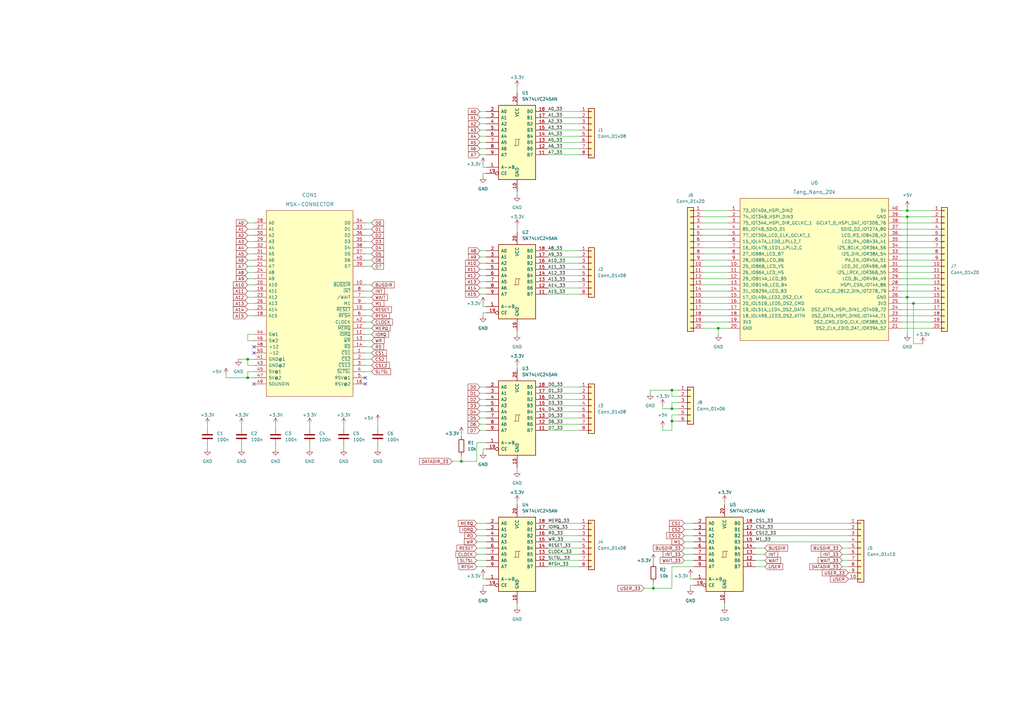
<source format=kicad_sch>
(kicad_sch (version 20211123) (generator eeschema)
  (paper "A3")
  (title_block (title "MSX-Tang Nano 9K Breakout") (date "2023-03-01"))
  (lib_symbols
    (symbol "Connector_Generic:Conn_01x06" (pin_names (offset 1.016) hide)
      (property "Reference" "J" (at 0 7.62 0))
      (property "Value" "Conn_01x06" (at 0 -10.16 0))
      (symbol "Conn_01x06_1_1"
        (pin passive line (at -5.08 5.08 0) (length 3.81) (name "Pin_1") (number "1"))
        (pin passive line (at -5.08 2.54 0) (length 3.81) (name "Pin_2") (number "2"))
        (pin passive line (at -5.08 0 0) (length 3.81) (name "Pin_3") (number "3"))
        (pin passive line (at -5.08 -2.54 0) (length 3.81) (name "Pin_4") (number "4"))
        (pin passive line (at -5.08 -5.08 0) (length 3.81) (name "Pin_5") (number "5"))
        (pin passive line (at -5.08 -7.62 0) (length 3.81) (name "Pin_6") (number "6"))
      )
    )
    (symbol "Connector_Generic:Conn_01x08" (pin_names (offset 1.016) hide)
      (property "Reference" "J" (at 0 10.16 0))
      (property "Value" "Conn_01x08" (at 0 -12.7 0))
      (symbol "Conn_01x08_1_1"
        (pin passive line (at -5.08 7.62 0) (length 3.81) (name "Pin_1") (number "1"))
        (pin passive line (at -5.08 5.08 0) (length 3.81) (name "Pin_2") (number "2"))
        (pin passive line (at -5.08 2.54 0) (length 3.81) (name "Pin_3") (number "3"))
        (pin passive line (at -5.08 0 0) (length 3.81) (name "Pin_4") (number "4"))
        (pin passive line (at -5.08 -2.54 0) (length 3.81) (name "Pin_5") (number "5"))
        (pin passive line (at -5.08 -5.08 0) (length 3.81) (name "Pin_6") (number "6"))
        (pin passive line (at -5.08 -7.62 0) (length 3.81) (name "Pin_7") (number "7"))
        (pin passive line (at -5.08 -10.16 0) (length 3.81) (name "Pin_8") (number "8"))
      )
    )
    (symbol "Connector_Generic:Conn_01x10" (pin_names (offset 1.016) hide)
      (property "Reference" "J" (at 0 12.7 0))
      (property "Value" "Conn_01x10" (at 0 -15.24 0))
      (symbol "Conn_01x10_1_1"
        (pin passive line (at -5.08 10.16 0) (length 3.81) (name "Pin_1") (number "1"))
        (pin passive line (at -5.08 -12.7 0) (length 3.81) (name "Pin_10") (number "10"))
        (pin passive line (at -5.08 7.62 0) (length 3.81) (name "Pin_2") (number "2"))
        (pin passive line (at -5.08 5.08 0) (length 3.81) (name "Pin_3") (number "3"))
        (pin passive line (at -5.08 2.54 0) (length 3.81) (name "Pin_4") (number "4"))
        (pin passive line (at -5.08 0 0) (length 3.81) (name "Pin_5") (number "5"))
        (pin passive line (at -5.08 -2.54 0) (length 3.81) (name "Pin_6") (number "6"))
        (pin passive line (at -5.08 -5.08 0) (length 3.81) (name "Pin_7") (number "7"))
        (pin passive line (at -5.08 -7.62 0) (length 3.81) (name "Pin_8") (number "8"))
        (pin passive line (at -5.08 -10.16 0) (length 3.81) (name "Pin_9") (number "9"))
      )
    )
    (symbol "Connector_Generic:Conn_01x20" (pin_names (offset 1.016) hide)
      (property "Reference" "J" (at 0 25.4 0))
      (property "Value" "Conn_01x20" (at 0 -27.94 0))
      (symbol "Conn_01x20_1_1"
        (pin passive line (at -5.08 22.86 0) (length 3.81) (name "Pin_1") (number "1"))
        (pin passive line (at -5.08 0 0) (length 3.81) (name "Pin_10") (number "10"))
        (pin passive line (at -5.08 -2.54 0) (length 3.81) (name "Pin_11") (number "11"))
        (pin passive line (at -5.08 -5.08 0) (length 3.81) (name "Pin_12") (number "12"))
        (pin passive line (at -5.08 -7.62 0) (length 3.81) (name "Pin_13") (number "13"))
        (pin passive line (at -5.08 -10.16 0) (length 3.81) (name "Pin_14") (number "14"))
        (pin passive line (at -5.08 -12.7 0) (length 3.81) (name "Pin_15") (number "15"))
        (pin passive line (at -5.08 -15.24 0) (length 3.81) (name "Pin_16") (number "16"))
        (pin passive line (at -5.08 -17.78 0) (length 3.81) (name "Pin_17") (number "17"))
        (pin passive line (at -5.08 -20.32 0) (length 3.81) (name "Pin_18") (number "18"))
        (pin passive line (at -5.08 -22.86 0) (length 3.81) (name "Pin_19") (number "19"))
        (pin passive line (at -5.08 20.32 0) (length 3.81) (name "Pin_2") (number "2"))
        (pin passive line (at -5.08 -25.4 0) (length 3.81) (name "Pin_20") (number "20"))
        (pin passive line (at -5.08 17.78 0) (length 3.81) (name "Pin_3") (number "3"))
        (pin passive line (at -5.08 15.24 0) (length 3.81) (name "Pin_4") (number "4"))
        (pin passive line (at -5.08 12.7 0) (length 3.81) (name "Pin_5") (number "5"))
        (pin passive line (at -5.08 10.16 0) (length 3.81) (name "Pin_6") (number "6"))
        (pin passive line (at -5.08 7.62 0) (length 3.81) (name "Pin_7") (number "7"))
        (pin passive line (at -5.08 5.08 0) (length 3.81) (name "Pin_8") (number "8"))
        (pin passive line (at -5.08 2.54 0) (length 3.81) (name "Pin_9") (number "9"))
      )
    )
    (symbol "Device:C" (pin_numbers hide) (pin_names (offset 0.254))
      (property "Reference" "C" (at 0.635 2.54 0))
      (property "Value" "C" (at 0.635 -2.54 0))
      (symbol "C_1_1"
        (pin passive line (at 0 3.81 270) (length 2.794) (name "~") (number "1"))
        (pin passive line (at 0 -3.81 90) (length 2.794) (name "~") (number "2"))
      )
    )
    (symbol "Device:R" (pin_numbers hide) (pin_names (offset 0))
      (property "Reference" "R" (at 2.032 0 90))
      (property "Value" "R" (at 0 0 90))
      (symbol "R_1_1"
        (pin passive line (at 0 3.81 270) (length 1.27) (name "~") (number "1"))
        (pin passive line (at 0 -3.81 90) (length 1.27) (name "~") (number "2"))
      )
    )
    (symbol "Mi_libreria:MSX-CONNECTOR" (pin_names (offset 1.016))
      (property "Reference" "CON1" (at -3.81 19.05 0))
      (property "Value" "MSX-CONNECTOR" (at -11.43 11.43 0))
      (symbol "MSX-CONNECTOR_1_0"
        (pin bidirectional line (at 22.86 -20.32 180) (length 5) (name "~{CS1}") (number "1"))
        (pin bidirectional line (at 22.86 7.62 180) (length 5) (name "~{BUSDIR}") (number "10"))
        (pin bidirectional line (at 22.86 -12.7 180) (length 5) (name "~{IORQ}") (number "11"))
        (pin bidirectional line (at 22.86 -10.16 180) (length 5) (name "~{MERQ}") (number "12"))
        (pin bidirectional line (at 22.86 -15.24 180) (length 5) (name "~{WR}") (number "13"))
        (pin bidirectional line (at 22.86 -17.78 180) (length 5) (name "~{RD}") (number "14"))
        (pin bidirectional line (at 22.86 -2.54 180) (length 5) (name "~{RESET}") (number "15"))
        (pin bidirectional line (at 22.86 -33.02 180) (length 5) (name "RSV@2") (number "16"))
        (pin bidirectional line (at -22.86 10.16 0) (length 5) (name "A9") (number "17"))
        (pin bidirectional line (at -22.86 -5.08 0) (length 5) (name "A15") (number "18"))
        (pin bidirectional line (at -22.86 5.08 0) (length 5) (name "A11") (number "19"))
        (pin bidirectional line (at 22.86 -22.86 180) (length 5) (name "~{CS2}") (number "2"))
        (pin bidirectional line (at -22.86 7.62 0) (length 5) (name "A10") (number "20"))
        (pin bidirectional line (at -22.86 15.24 0) (length 5) (name "A7") (number "21"))
        (pin bidirectional line (at -22.86 17.78 0) (length 5) (name "A6") (number "22"))
        (pin bidirectional line (at -22.86 2.54 0) (length 5) (name "A12") (number "23"))
        (pin bidirectional line (at -22.86 12.7 0) (length 5) (name "A8") (number "24"))
        (pin bidirectional line (at -22.86 -2.54 0) (length 5) (name "A14") (number "25"))
        (pin bidirectional line (at -22.86 0 0) (length 5) (name "A13") (number "26"))
        (pin bidirectional line (at -22.86 30.48 0) (length 5) (name "A1") (number "27"))
        (pin bidirectional line (at -22.86 33.02 0) (length 5) (name "A0") (number "28"))
        (pin bidirectional line (at -22.86 25.4 0) (length 5) (name "A3") (number "29"))
        (pin bidirectional line (at 22.86 -25.4 180) (length 5) (name "~{CS12}") (number "3"))
        (pin bidirectional line (at -22.86 27.94 0) (length 5) (name "A2") (number "30"))
        (pin bidirectional line (at -22.86 20.32 0) (length 5) (name "A5") (number "31"))
        (pin bidirectional line (at -22.86 22.86 0) (length 5) (name "A4") (number "32"))
        (pin bidirectional line (at 22.86 30.48 180) (length 5) (name "D1") (number "33"))
        (pin bidirectional line (at 22.86 33.02 180) (length 5) (name "D0") (number "34"))
        (pin bidirectional line (at 22.86 25.4 180) (length 5) (name "D3") (number "35"))
        (pin bidirectional line (at 22.86 27.94 180) (length 5) (name "D2") (number "36"))
        (pin bidirectional line (at 22.86 20.32 180) (length 5) (name "D5") (number "37"))
        (pin bidirectional line (at 22.86 22.86 180) (length 5) (name "D4") (number "38"))
        (pin bidirectional line (at 22.86 15.24 180) (length 5) (name "D7") (number "39"))
        (pin bidirectional line (at 22.86 -27.94 180) (length 5) (name "~{SLTSL}") (number "4"))
        (pin bidirectional line (at 22.86 17.78 180) (length 5) (name "D6") (number "40"))
        (pin bidirectional line (at -22.86 -22.86 0) (length 5) (name "GND@1") (number "41"))
        (pin bidirectional line (at 22.86 -7.62 180) (length 5) (name "CLOCK") (number "42"))
        (pin bidirectional line (at -22.86 -25.4 0) (length 5) (name "GND@2") (number "43"))
        (pin bidirectional line (at -22.86 -12.7 0) (length 5) (name "SW1") (number "44"))
        (pin bidirectional line (at -22.86 -27.94 0) (length 5) (name "5V@1") (number "45"))
        (pin bidirectional line (at -22.86 -15.24 0) (length 5) (name "SW2") (number "46"))
        (pin bidirectional line (at -22.86 -30.48 0) (length 5) (name "5V@2") (number "47"))
        (pin bidirectional line (at -22.86 -17.78 0) (length 5) (name "+12") (number "48"))
        (pin bidirectional line (at -22.86 -33.02 0) (length 5) (name "SOUNDIN") (number "49"))
        (pin bidirectional line (at 22.86 -30.48 180) (length 5) (name "RSV@1") (number "5"))
        (pin bidirectional line (at -22.86 -20.32 0) (length 5) (name "-12") (number "50"))
        (pin bidirectional line (at 22.86 -5.08 180) (length 5) (name "~{RFSH}") (number "6"))
        (pin bidirectional line (at 22.86 2.54 180) (length 5) (name "/WAIT") (number "7"))
        (pin bidirectional line (at 22.86 5.08 180) (length 5) (name "~{INT}") (number "8"))
        (pin bidirectional line (at 22.86 0 180) (length 5) (name "M1") (number "9"))
      )
    )
    (symbol "Mi_libreria:SN74LVC245AN" (pin_names (offset 1.016))
      (property "Reference" "U" (at -7.62 16.51 0))
      (property "Value" "SN74LVC245AN" (at -7.62 -16.51 0))
      (symbol "SN74LVC245AN_1_0"
        (pin input line (at -12.7 -10.16 0) (length 5.08) (name "A->B") (number "1"))
        (pin power_in line (at 0 -20.32 90) (length 5.08) (name "GND") (number "10"))
        (pin tri_state line (at 12.7 -5.08 180) (length 5.08) (name "B7") (number "11"))
        (pin tri_state line (at 12.7 -2.54 180) (length 5.08) (name "B6") (number "12"))
        (pin tri_state line (at 12.7 0 180) (length 5.08) (name "B5") (number "13"))
        (pin tri_state line (at 12.7 2.54 180) (length 5.08) (name "B4") (number "14"))
        (pin tri_state line (at 12.7 5.08 180) (length 5.08) (name "B3") (number "15"))
        (pin tri_state line (at 12.7 7.62 180) (length 5.08) (name "B2") (number "16"))
        (pin tri_state line (at 12.7 10.16 180) (length 5.08) (name "B1") (number "17"))
        (pin tri_state line (at 12.7 12.7 180) (length 5.08) (name "B0") (number "18"))
        (pin input inverted (at -12.7 -12.7 0) (length 5.08) (name "CE") (number "19"))
        (pin tri_state line (at -12.7 12.7 0) (length 5.08) (name "A0") (number "2"))
        (pin power_in line (at 0 20.32 270) (length 5.08) (name "VCC") (number "20"))
        (pin tri_state line (at -12.7 10.16 0) (length 5.08) (name "A1") (number "3"))
        (pin tri_state line (at -12.7 7.62 0) (length 5.08) (name "A2") (number "4"))
        (pin tri_state line (at -12.7 5.08 0) (length 5.08) (name "A3") (number "5"))
        (pin tri_state line (at -12.7 2.54 0) (length 5.08) (name "A4") (number "6"))
        (pin tri_state line (at -12.7 0 0) (length 5.08) (name "A5") (number "7"))
        (pin tri_state line (at -12.7 -2.54 0) (length 5.08) (name "A6") (number "8"))
        (pin tri_state line (at -12.7 -5.08 0) (length 5.08) (name "A7") (number "9"))
      )
    )
    (symbol "Mi_libreria:Tang_Nano_20k" (pin_names (offset 1.016))
      (property "Reference" "U" (at -3.81 7.62 0))
      (property "Value" "Tang_Nano_20k" (at -10.16 2.54 0))
      (symbol "Tang_Nano_20k_1_0"
        (pin bidirectional line (at -35.56 22.86 0) (length 5) (name "73_IOT40A_HSPI_DIN2") (number "1"))
        (pin bidirectional line (at -35.56 0 0) (length 5) (name "25_IOB6B_LCD_VS") (number "10"))
        (pin bidirectional line (at -35.56 -2.54 0) (length 5) (name "26_IOB6A_LCD_HS") (number "11"))
        (pin bidirectional line (at -35.56 -5.08 0) (length 5) (name "29_IOB14A_LCD_B5") (number "12"))
        (pin bidirectional line (at -35.56 -7.62 0) (length 5) (name "30_IOB14B_LCD_B4") (number "13"))
        (pin bidirectional line (at -35.56 -10.16 0) (length 5) (name "31_IOB29A_LCD_B3") (number "14"))
        (pin bidirectional line (at -35.56 -12.7 0) (length 5) (name "17_IOL49A_LED2_DS2_CLK") (number "15"))
        (pin bidirectional line (at -35.56 -15.24 0) (length 5) (name "20_IOL51B_LED5_DS2_CMD") (number "16"))
        (pin bidirectional line (at -35.56 -17.78 0) (length 5) (name "19_IOL51A_LED4_DS2_DATA") (number "17"))
        (pin bidirectional line (at -35.56 -20.32 0) (length 5) (name "18_IOL49B_LED3_DS2_ATTN") (number "18"))
        (pin bidirectional line (at -35.56 -22.86 0) (length 5) (name "3V3") (number "19"))
        (pin bidirectional line (at -35.56 20.32 0) (length 5) (name "74_IOT34B_HSPI_DIN3") (number "2"))
        (pin bidirectional line (at -35.56 -25.4 0) (length 5) (name "GND") (number "20"))
        (pin bidirectional line (at 35.56 -25.4 180) (length 5) (name "DS2_CLK_EDID_DAT_IOR39A_52") (number "21"))
        (pin bidirectional line (at 35.56 -22.86 180) (length 5) (name "DS2_CMD_EDID_CLK_IOR38B_53") (number "22"))
        (pin bidirectional line (at 35.56 -20.32 180) (length 5) (name "DS2_DATA_HSPI_DIN0_IOT44A_71") (number "23"))
        (pin bidirectional line (at 35.56 -17.78 180) (length 5) (name "DS2_ATTN_HSPI_DIN1_IOT40B_72") (number "24"))
        (pin bidirectional line (at 35.56 -15.24 180) (length 5) (name "3V3") (number "25"))
        (pin bidirectional line (at 35.56 -12.7 180) (length 5) (name "GND") (number "26"))
        (pin bidirectional line (at 35.56 -10.16 180) (length 5) (name "GCLKC_0_2812_DIN_IOT27B_79") (number "27"))
        (pin bidirectional line (at 35.56 -7.62 180) (length 5) (name "HSPI_CSN_IOT4A_86") (number "28"))
        (pin bidirectional line (at 35.56 -5.08 180) (length 5) (name "LCD_BL_IOR49A_49") (number "29"))
        (pin bidirectional line (at -35.56 17.78 0) (length 5) (name "75_IOT34A_HSPI_DIR_GCLKC_1") (number "3"))
        (pin bidirectional line (at 35.56 -2.54 180) (length 5) (name "I2S_LRCK_IOR36B_55") (number "30"))
        (pin bidirectional line (at 35.56 0 180) (length 5) (name "LCD_DE_IOR49B_48") (number "31"))
        (pin bidirectional line (at 35.56 2.54 180) (length 5) (name "PA_EN_IOR45A_51") (number "32"))
        (pin bidirectional line (at 35.56 5.08 180) (length 5) (name "I2S_DIN_IOR38A_54") (number "33"))
        (pin bidirectional line (at 35.56 7.62 180) (length 5) (name "I2S_BCLK_IOR36A_56") (number "34"))
        (pin bidirectional line (at 35.56 10.16 180) (length 5) (name "LCD_R4_IOB43A_41") (number "35"))
        (pin bidirectional line (at 35.56 12.7 180) (length 5) (name "LCD_R3_IOB42B_42") (number "36"))
        (pin bidirectional line (at 35.56 15.24 180) (length 5) (name "SDIO_D2_IOT27A_80") (number "37"))
        (pin bidirectional line (at 35.56 17.78 180) (length 5) (name "GCLKT_0_HSPI_DAT_IOT30B_76") (number "38"))
        (pin bidirectional line (at 35.56 20.32 180) (length 5) (name "GND") (number "39"))
        (pin bidirectional line (at -35.56 15.24 0) (length 5) (name "85_IOT4B_SDIO_D1") (number "4"))
        (pin bidirectional line (at 35.56 22.86 180) (length 5) (name "5V") (number "40"))
        (pin bidirectional line (at -35.56 12.7 0) (length 5) (name "77_IOT30A_LCD_CLK_GCLKT_1") (number "5"))
        (pin bidirectional line (at -35.56 10.16 0) (length 5) (name "15_IOL47A_LED0_LPLL2_T") (number "6"))
        (pin bidirectional line (at -35.56 7.62 0) (length 5) (name "16_IOL47B_LED1_LPLL2_C") (number "7"))
        (pin bidirectional line (at -35.56 5.08 0) (length 5) (name "27_IOB8A_LCD_B7") (number "8"))
        (pin bidirectional line (at -35.56 2.54 0) (length 5) (name "28_IOB8B_LCD_B6") (number "9"))
      )
    )
    (symbol "power:+3.3V" (power) (pin_names (offset 0))
      (property "Value" "+3.3V" (at 0 3.556 0))
      (symbol "+3.3V_1_1"
        (pin power_in line (at 0 0 90) (length 0) hide (name "+3.3V") (number "1"))
      )
    )
    (symbol "power:+5V" (power) (pin_names (offset 0))
      (property "Value" "+5V" (at 0 3.556 0))
      (symbol "+5V_1_1"
        (pin power_in line (at 0 0 90) (length 0) hide (name "+5V") (number "1"))
      )
    )
    (symbol "power:GND" (power) (pin_names (offset 0))
      (property "Value" "GND" (at 0 -3.81 0))
      (symbol "GND_1_1"
        (pin power_in line (at 0 0 270) (length 0) hide (name "GND") (number "1"))
      )
    )
  )
  (junction (at 294.64 134.62))
  (junction (at 372.11 88.9))
  (junction (at 101.6 147.32))
  (junction (at 372.11 121.92))
  (junction (at 101.6 154.94))
  (junction (at 267.97 241.3))
  (junction (at 374.65 124.46))
  (junction (at 275.59 167.64))
  (junction (at 372.11 86.36))
  (junction (at 189.23 189.23))
  (junction (at 275.59 160.02))
  (junction (at 275.59 172.72))
  (no_connect (at 149.86 157.48))
  (no_connect (at 104.14 142.24))
  (no_connect (at 104.14 144.78))
  (no_connect (at 149.86 154.94))
  (no_connect (at 104.14 157.48))
  (wire (pts (xy 101.6 109.22) (xy 104.14 109.22)))
  (wire (pts (xy 224.79 102.87) (xy 237.49 102.87)))
  (wire (pts (xy 196.85 53.34) (xy 199.39 53.34)))
  (wire (pts (xy 149.86 142.24) (xy 152.4 142.24)))
  (wire (pts (xy 309.88 214.63) (xy 347.98 214.63)))
  (wire (pts (xy 275.59 176.53) (xy 275.59 172.72)))
  (wire (pts (xy 196.85 173.99) (xy 199.39 173.99)))
  (wire (pts (xy 372.11 85.09) (xy 372.11 86.36)))
  (wire (pts (xy 196.85 110.49) (xy 199.39 110.49)))
  (wire (pts (xy 212.09 35.56) (xy 212.09 38.1)))
  (wire (pts (xy 101.6 119.38) (xy 104.14 119.38)))
  (wire (pts (xy 280.67 217.17) (xy 284.48 217.17)))
  (wire (pts (xy 280.67 214.63) (xy 284.48 214.63)))
  (wire (pts (xy 189.23 189.23) (xy 195.58 189.23)))
  (wire (pts (xy 195.58 219.71) (xy 199.39 219.71)))
  (wire (pts (xy 280.67 219.71) (xy 284.48 219.71)))
  (wire (pts (xy 196.85 158.75) (xy 199.39 158.75)))
  (wire (pts (xy 196.85 105.41) (xy 199.39 105.41)))
  (wire (pts (xy 309.88 219.71) (xy 347.98 219.71)))
  (wire (pts (xy 288.29 88.9) (xy 298.45 88.9)))
  (wire (pts (xy 195.58 224.79) (xy 199.39 224.79)))
  (wire (pts (xy 149.86 121.92) (xy 152.4 121.92)))
  (wire (pts (xy 195.58 229.87) (xy 199.39 229.87)))
  (wire (pts (xy 196.85 118.11) (xy 199.39 118.11)))
  (wire (pts (xy 224.79 120.65) (xy 237.49 120.65)))
  (wire (pts (xy 224.79 176.53) (xy 237.49 176.53)))
  (wire (pts (xy 280.67 224.79) (xy 284.48 224.79)))
  (wire (pts (xy 345.44 229.87) (xy 347.98 229.87)))
  (wire (pts (xy 275.59 160.02) (xy 278.13 160.02)))
  (wire (pts (xy 127 182.88) (xy 127 184.15)))
  (wire (pts (xy 224.79 166.37) (xy 237.49 166.37)))
  (wire (pts (xy 275.59 241.3) (xy 267.97 241.3)))
  (wire (pts (xy 224.79 158.75) (xy 237.49 158.75)))
  (wire (pts (xy 280.67 229.87) (xy 284.48 229.87)))
  (wire (pts (xy 288.29 86.36) (xy 298.45 86.36)))
  (wire (pts (xy 149.86 149.86) (xy 152.4 149.86)))
  (wire (pts (xy 224.79 113.03) (xy 237.49 113.03)))
  (wire (pts (xy 288.29 104.14) (xy 298.45 104.14)))
  (wire (pts (xy 149.86 147.32) (xy 152.4 147.32)))
  (wire (pts (xy 224.79 222.25) (xy 237.49 222.25)))
  (wire (pts (xy 196.85 176.53) (xy 199.39 176.53)))
  (wire (pts (xy 149.86 106.68) (xy 152.4 106.68)))
  (wire (pts (xy 149.86 116.84) (xy 152.4 116.84)))
  (wire (pts (xy 113.03 182.88) (xy 113.03 184.15)))
  (wire (pts (xy 369.57 86.36) (xy 372.11 86.36)))
  (wire (pts (xy 369.57 124.46) (xy 374.65 124.46)))
  (wire (pts (xy 101.6 121.92) (xy 104.14 121.92)))
  (wire (pts (xy 224.79 173.99) (xy 237.49 173.99)))
  (wire (pts (xy 284.48 240.03) (xy 283.21 240.03)))
  (wire (pts (xy 149.86 129.54) (xy 152.4 129.54)))
  (wire (pts (xy 278.13 165.1) (xy 275.59 165.1)))
  (wire (pts (xy 199.39 71.12) (xy 198.12 71.12)))
  (wire (pts (xy 309.88 229.87) (xy 313.69 229.87)))
  (wire (pts (xy 267.97 229.87) (xy 267.97 231.14)))
  (wire (pts (xy 196.85 171.45) (xy 199.39 171.45)))
  (wire (pts (xy 149.86 137.16) (xy 152.4 137.16)))
  (wire (pts (xy 369.57 88.9) (xy 372.11 88.9)))
  (wire (pts (xy 196.85 48.26) (xy 199.39 48.26)))
  (wire (pts (xy 198.12 128.27) (xy 198.12 129.54)))
  (wire (pts (xy 224.79 110.49) (xy 237.49 110.49)))
  (wire (pts (xy 372.11 121.92) (xy 382.27 121.92)))
  (wire (pts (xy 101.6 93.98) (xy 104.14 93.98)))
  (wire (pts (xy 288.29 121.92) (xy 298.45 121.92)))
  (wire (pts (xy 99.06 182.88) (xy 99.06 184.15)))
  (wire (pts (xy 224.79 50.8) (xy 237.49 50.8)))
  (wire (pts (xy 271.78 166.37) (xy 271.78 167.64)))
  (wire (pts (xy 101.6 99.06) (xy 104.14 99.06)))
  (wire (pts (xy 196.85 120.65) (xy 199.39 120.65)))
  (wire (pts (xy 154.94 172.72) (xy 154.94 175.26)))
  (wire (pts (xy 266.7 161.29) (xy 266.7 160.02)))
  (wire (pts (xy 297.18 247.65) (xy 297.18 248.92)))
  (wire (pts (xy 288.29 124.46) (xy 298.45 124.46)))
  (wire (pts (xy 278.13 162.56) (xy 275.59 162.56)))
  (wire (pts (xy 275.59 167.64) (xy 278.13 167.64)))
  (wire (pts (xy 149.86 132.08) (xy 152.4 132.08)))
  (wire (pts (xy 85.09 182.88) (xy 85.09 184.15)))
  (wire (pts (xy 372.11 121.92) (xy 372.11 137.16)))
  (wire (pts (xy 224.79 163.83) (xy 237.49 163.83)))
  (wire (pts (xy 149.86 127) (xy 152.4 127)))
  (wire (pts (xy 196.85 50.8) (xy 199.39 50.8)))
  (wire (pts (xy 224.79 58.42) (xy 237.49 58.42)))
  (wire (pts (xy 288.29 129.54) (xy 298.45 129.54)))
  (wire (pts (xy 224.79 115.57) (xy 237.49 115.57)))
  (wire (pts (xy 99.06 173.99) (xy 99.06 175.26)))
  (wire (pts (xy 309.88 224.79) (xy 313.69 224.79)))
  (wire (pts (xy 196.85 115.57) (xy 199.39 115.57)))
  (wire (pts (xy 288.29 96.52) (xy 298.45 96.52)))
  (wire (pts (xy 369.57 91.44) (xy 382.27 91.44)))
  (wire (pts (xy 280.67 227.33) (xy 284.48 227.33)))
  (wire (pts (xy 275.59 165.1) (xy 275.59 167.64)))
  (wire (pts (xy 199.39 128.27) (xy 198.12 128.27)))
  (wire (pts (xy 104.14 147.32) (xy 101.6 147.32)))
  (wire (pts (xy 271.78 176.53) (xy 275.59 176.53)))
  (wire (pts (xy 149.86 104.14) (xy 152.4 104.14)))
  (wire (pts (xy 369.57 106.68) (xy 382.27 106.68)))
  (wire (pts (xy 224.79 171.45) (xy 237.49 171.45)))
  (wire (pts (xy 101.6 116.84) (xy 104.14 116.84)))
  (wire (pts (xy 309.88 232.41) (xy 313.69 232.41)))
  (wire (pts (xy 369.57 127) (xy 382.27 127)))
  (wire (pts (xy 369.57 93.98) (xy 382.27 93.98)))
  (wire (pts (xy 149.86 101.6) (xy 152.4 101.6)))
  (wire (pts (xy 224.79 214.63) (xy 237.49 214.63)))
  (wire (pts (xy 369.57 119.38) (xy 382.27 119.38)))
  (wire (pts (xy 275.59 172.72) (xy 278.13 172.72)))
  (wire (pts (xy 369.57 99.06) (xy 382.27 99.06)))
  (wire (pts (xy 101.6 129.54) (xy 104.14 129.54)))
  (wire (pts (xy 92.71 154.94) (xy 101.6 154.94)))
  (wire (pts (xy 101.6 104.14) (xy 104.14 104.14)))
  (wire (pts (xy 378.46 140.97) (xy 374.65 140.97)))
  (wire (pts (xy 309.88 227.33) (xy 313.69 227.33)))
  (wire (pts (xy 288.29 99.06) (xy 298.45 99.06)))
  (wire (pts (xy 196.85 168.91) (xy 199.39 168.91)))
  (wire (pts (xy 196.85 102.87) (xy 199.39 102.87)))
  (wire (pts (xy 101.6 154.94) (xy 104.14 154.94)))
  (wire (pts (xy 288.29 109.22) (xy 298.45 109.22)))
  (wire (pts (xy 195.58 189.23) (xy 195.58 181.61)))
  (wire (pts (xy 288.29 106.68) (xy 298.45 106.68)))
  (wire (pts (xy 101.6 124.46) (xy 104.14 124.46)))
  (wire (pts (xy 140.97 173.99) (xy 140.97 175.26)))
  (wire (pts (xy 264.16 241.3) (xy 267.97 241.3)))
  (wire (pts (xy 101.6 137.16) (xy 101.6 139.7)))
  (wire (pts (xy 275.59 172.72) (xy 275.59 170.18)))
  (wire (pts (xy 297.18 205.74) (xy 297.18 207.01)))
  (wire (pts (xy 224.79 217.17) (xy 237.49 217.17)))
  (wire (pts (xy 127 173.99) (xy 127 175.26)))
  (wire (pts (xy 149.86 99.06) (xy 152.4 99.06)))
  (wire (pts (xy 224.79 107.95) (xy 237.49 107.95)))
  (wire (pts (xy 288.29 101.6) (xy 298.45 101.6)))
  (wire (pts (xy 369.57 116.84) (xy 382.27 116.84)))
  (wire (pts (xy 369.57 134.62) (xy 382.27 134.62)))
  (wire (pts (xy 195.58 181.61) (xy 199.39 181.61)))
  (wire (pts (xy 196.85 113.03) (xy 199.39 113.03)))
  (wire (pts (xy 224.79 168.91) (xy 237.49 168.91)))
  (wire (pts (xy 212.09 135.89) (xy 212.09 137.16)))
  (wire (pts (xy 224.79 55.88) (xy 237.49 55.88)))
  (wire (pts (xy 92.71 153.67) (xy 92.71 154.94)))
  (wire (pts (xy 224.79 224.79) (xy 237.49 224.79)))
  (wire (pts (xy 198.12 124.46) (xy 198.12 125.73)))
  (wire (pts (xy 198.12 236.22) (xy 198.12 237.49)))
  (wire (pts (xy 199.39 68.58) (xy 198.12 68.58)))
  (wire (pts (xy 101.6 91.44) (xy 104.14 91.44)))
  (wire (pts (xy 288.29 119.38) (xy 298.45 119.38)))
  (wire (pts (xy 189.23 177.8) (xy 189.23 179.07)))
  (wire (pts (xy 267.97 238.76) (xy 267.97 241.3)))
  (wire (pts (xy 198.12 237.49) (xy 199.39 237.49)))
  (wire (pts (xy 199.39 184.15) (xy 198.12 184.15)))
  (wire (pts (xy 224.79 118.11) (xy 237.49 118.11)))
  (wire (pts (xy 101.6 152.4) (xy 101.6 154.94)))
  (wire (pts (xy 195.58 227.33) (xy 199.39 227.33)))
  (wire (pts (xy 195.58 222.25) (xy 199.39 222.25)))
  (wire (pts (xy 101.6 111.76) (xy 104.14 111.76)))
  (wire (pts (xy 369.57 121.92) (xy 372.11 121.92)))
  (wire (pts (xy 369.57 111.76) (xy 382.27 111.76)))
  (wire (pts (xy 196.85 55.88) (xy 199.39 55.88)))
  (wire (pts (xy 101.6 147.32) (xy 101.6 149.86)))
  (wire (pts (xy 101.6 127) (xy 104.14 127)))
  (wire (pts (xy 224.79 105.41) (xy 237.49 105.41)))
  (wire (pts (xy 275.59 170.18) (xy 278.13 170.18)))
  (wire (pts (xy 288.29 132.08) (xy 298.45 132.08)))
  (wire (pts (xy 369.57 96.52) (xy 382.27 96.52)))
  (wire (pts (xy 196.85 107.95) (xy 199.39 107.95)))
  (wire (pts (xy 196.85 60.96) (xy 199.39 60.96)))
  (wire (pts (xy 196.85 58.42) (xy 199.39 58.42)))
  (wire (pts (xy 101.6 96.52) (xy 104.14 96.52)))
  (wire (pts (xy 195.58 217.17) (xy 199.39 217.17)))
  (wire (pts (xy 275.59 160.02) (xy 275.59 162.56)))
  (wire (pts (xy 224.79 227.33) (xy 237.49 227.33)))
  (wire (pts (xy 224.79 219.71) (xy 237.49 219.71)))
  (wire (pts (xy 198.12 67.31) (xy 198.12 68.58)))
  (wire (pts (xy 212.09 191.77) (xy 212.09 193.04)))
  (wire (pts (xy 224.79 48.26) (xy 237.49 48.26)))
  (wire (pts (xy 224.79 63.5) (xy 237.49 63.5)))
  (wire (pts (xy 345.44 232.41) (xy 347.98 232.41)))
  (wire (pts (xy 195.58 214.63) (xy 199.39 214.63)))
  (wire (pts (xy 149.86 124.46) (xy 152.4 124.46)))
  (wire (pts (xy 372.11 86.36) (xy 382.27 86.36)))
  (wire (pts (xy 85.09 173.99) (xy 85.09 175.26)))
  (wire (pts (xy 101.6 149.86) (xy 104.14 149.86)))
  (wire (pts (xy 374.65 124.46) (xy 382.27 124.46)))
  (wire (pts (xy 369.57 109.22) (xy 382.27 109.22)))
  (wire (pts (xy 288.29 127) (xy 298.45 127)))
  (wire (pts (xy 275.59 232.41) (xy 275.59 241.3)))
  (wire (pts (xy 140.97 182.88) (xy 140.97 184.15)))
  (wire (pts (xy 309.88 217.17) (xy 347.98 217.17)))
  (wire (pts (xy 149.86 139.7) (xy 152.4 139.7)))
  (wire (pts (xy 372.11 88.9) (xy 382.27 88.9)))
  (wire (pts (xy 288.29 111.76) (xy 298.45 111.76)))
  (wire (pts (xy 196.85 163.83) (xy 199.39 163.83)))
  (wire (pts (xy 283.21 237.49) (xy 284.48 237.49)))
  (wire (pts (xy 288.29 93.98) (xy 298.45 93.98)))
  (wire (pts (xy 288.29 116.84) (xy 298.45 116.84)))
  (wire (pts (xy 372.11 88.9) (xy 372.11 121.92)))
  (wire (pts (xy 309.88 222.25) (xy 347.98 222.25)))
  (wire (pts (xy 224.79 229.87) (xy 237.49 229.87)))
  (wire (pts (xy 288.29 134.62) (xy 294.64 134.62)))
  (wire (pts (xy 149.86 91.44) (xy 152.4 91.44)))
  (wire (pts (xy 149.86 134.62) (xy 152.4 134.62)))
  (wire (pts (xy 198.12 240.03) (xy 198.12 241.3)))
  (wire (pts (xy 345.44 227.33) (xy 347.98 227.33)))
  (wire (pts (xy 199.39 240.03) (xy 198.12 240.03)))
  (wire (pts (xy 101.6 114.3) (xy 104.14 114.3)))
  (wire (pts (xy 271.78 167.64) (xy 275.59 167.64)))
  (wire (pts (xy 369.57 129.54) (xy 382.27 129.54)))
  (wire (pts (xy 288.29 114.3) (xy 298.45 114.3)))
  (wire (pts (xy 212.09 149.86) (xy 212.09 151.13)))
  (wire (pts (xy 212.09 205.74) (xy 212.09 207.01)))
  (wire (pts (xy 196.85 161.29) (xy 199.39 161.29)))
  (wire (pts (xy 101.6 139.7) (xy 104.14 139.7)))
  (wire (pts (xy 198.12 184.15) (xy 198.12 185.42)))
  (wire (pts (xy 280.67 222.25) (xy 284.48 222.25)))
  (wire (pts (xy 224.79 53.34) (xy 237.49 53.34)))
  (wire (pts (xy 271.78 175.26) (xy 271.78 176.53)))
  (wire (pts (xy 149.86 144.78) (xy 152.4 144.78)))
  (wire (pts (xy 369.57 101.6) (xy 382.27 101.6)))
  (wire (pts (xy 196.85 166.37) (xy 199.39 166.37)))
  (wire (pts (xy 149.86 119.38) (xy 152.4 119.38)))
  (wire (pts (xy 266.7 160.02) (xy 275.59 160.02)))
  (wire (pts (xy 224.79 45.72) (xy 237.49 45.72)))
  (wire (pts (xy 199.39 125.73) (xy 198.12 125.73)))
  (wire (pts (xy 104.14 152.4) (xy 101.6 152.4)))
  (wire (pts (xy 149.86 152.4) (xy 152.4 152.4)))
  (wire (pts (xy 288.29 91.44) (xy 298.45 91.44)))
  (wire (pts (xy 294.64 137.16) (xy 294.64 134.62)))
  (wire (pts (xy 189.23 186.69) (xy 189.23 189.23)))
  (wire (pts (xy 212.09 78.74) (xy 212.09 80.01)))
  (wire (pts (xy 224.79 60.96) (xy 237.49 60.96)))
  (wire (pts (xy 369.57 132.08) (xy 382.27 132.08)))
  (wire (pts (xy 224.79 161.29) (xy 237.49 161.29)))
  (wire (pts (xy 345.44 224.79) (xy 347.98 224.79)))
  (wire (pts (xy 149.86 96.52) (xy 152.4 96.52)))
  (wire (pts (xy 369.57 104.14) (xy 382.27 104.14)))
  (wire (pts (xy 284.48 232.41) (xy 275.59 232.41)))
  (wire (pts (xy 196.85 45.72) (xy 199.39 45.72)))
  (wire (pts (xy 149.86 93.98) (xy 152.4 93.98)))
  (wire (pts (xy 196.85 63.5) (xy 199.39 63.5)))
  (wire (pts (xy 294.64 134.62) (xy 298.45 134.62)))
  (wire (pts (xy 154.94 182.88) (xy 154.94 184.15)))
  (wire (pts (xy 101.6 106.68) (xy 104.14 106.68)))
  (wire (pts (xy 185.42 189.23) (xy 189.23 189.23)))
  (wire (pts (xy 149.86 109.22) (xy 152.4 109.22)))
  (wire (pts (xy 198.12 71.12) (xy 198.12 72.39)))
  (wire (pts (xy 283.21 236.22) (xy 283.21 237.49)))
  (wire (pts (xy 374.65 124.46) (xy 374.65 140.97)))
  (wire (pts (xy 212.09 92.71) (xy 212.09 95.25)))
  (wire (pts (xy 101.6 101.6) (xy 104.14 101.6)))
  (wire (pts (xy 97.79 147.32) (xy 101.6 147.32)))
  (wire (pts (xy 113.03 173.99) (xy 113.03 175.26)))
  (wire (pts (xy 224.79 232.41) (xy 237.49 232.41)))
  (wire (pts (xy 212.09 247.65) (xy 212.09 248.92)))
  (wire (pts (xy 283.21 240.03) (xy 283.21 241.3)))
  (wire (pts (xy 369.57 114.3) (xy 382.27 114.3)))
  (wire (pts (xy 104.14 137.16) (xy 101.6 137.16)))
  (wire (pts (xy 195.58 232.41) (xy 199.39 232.41)))
  (label "A8_33" (at 224.79 102.87 0))
  (label "D0_33" (at 224.79 158.75 0))
  (label "A2_33" (at 224.79 50.8 0))
  (label "A5_33" (at 224.79 58.42 0))
  (label "SLTSL_33" (at 224.79 229.87 0))
  (label "D5_33" (at 224.79 171.45 0))
  (label "CS2_33" (at 309.88 217.17 0))
  (label "D4_33" (at 224.79 168.91 0))
  (label "CS12_33" (at 309.88 219.71 0))
  (label "WR_33" (at 224.79 222.25 0))
  (label "M1_33" (at 309.88 222.25 0))
  (label "CLOCK_33" (at 224.79 227.33 0))
  (label "A13_33" (at 224.79 115.57 0))
  (label "CS1_33" (at 309.88 214.63 0))
  (label "A10_33" (at 224.79 107.95 0))
  (label "A1_33" (at 224.79 48.26 0))
  (label "A6_33" (at 224.8411 60.96 0))
  (label "A11_33" (at 224.79 110.49 0))
  (label "A4_33" (at 224.79 55.88 0))
  (label "MERQ_33" (at 224.79 214.63 0))
  (label "A7_33" (at 224.79 63.5 0))
  (label "D6_33" (at 224.79 173.99 0))
  (label "RFSH_33" (at 224.79 232.41 0))
  (label "A15_33" (at 224.79 120.65 0))
  (label "RD_33" (at 224.79 219.71 0))
  (label "D3_33" (at 224.79 166.37 0))
  (label "RESET_33" (at 224.79 224.79 0))
  (label "A14_33" (at 224.8411 118.11 0))
  (label "IORQ_33" (at 224.79 217.17 0))
  (label "A3_33" (at 224.79 53.34 0))
  (label "D7_33" (at 224.79 176.53 0))
  (label "D2_33" (at 224.79 163.83 0))
  (label "A0_33" (at 224.79 45.72 0))
  (label "A12_33" (at 224.79 113.03 0))
  (label "D1_33" (at 224.79 161.29 0))
  (label "A9_33" (at 224.79 105.41 0))
  (global_label "USER" (shape input) (at 313.69 232.41 0) (property "Intersheet References" "${INTERSHEET_REFS}" (effects hide)))
  (global_label "RFSH" (shape input) (at 152.4 129.54 0) (property "Intersheet References" "${INTERSHEET_REFS}" (effects hide)))
  (global_label "SLTSL" (shape input) (at 195.58 229.87 180) (property "Intersheet References" "${INTERSHEET_REFS}" (effects hide)))
  (global_label "WR" (shape input) (at 195.58 222.25 180) (property "Intersheet References" "${INTERSHEET_REFS}" (effects hide)))
  (global_label "M1" (shape input) (at 280.67 222.25 180) (property "Intersheet References" "${INTERSHEET_REFS}" (effects hide)))
  (global_label "DATADIR_33" (shape input) (at 345.44 232.41 180) (property "Intersheet References" "${INTERSHEET_REFS}" (effects hide)))
  (global_label "CS1" (shape input) (at 152.4 144.78 0) (property "Intersheet References" "${INTERSHEET_REFS}" (effects hide)))
  (global_label "A5" (shape input) (at 101.6 104.14 180) (property "Intersheet References" "${INTERSHEET_REFS}" (effects hide)))
  (global_label "A6" (shape input) (at 101.6 106.68 180) (property "Intersheet References" "${INTERSHEET_REFS}" (effects hide)))
  (global_label "D3" (shape input) (at 196.85 166.37 180) (property "Intersheet References" "${INTERSHEET_REFS}" (effects hide)))
  (global_label "IORQ" (shape input) (at 195.58 217.17 180) (property "Intersheet References" "${INTERSHEET_REFS}" (effects hide)))
  (global_label "BUSDIR_33" (shape input) (at 280.67 224.79 180) (property "Intersheet References" "${INTERSHEET_REFS}" (effects hide)))
  (global_label "BUSDIR_33" (shape input) (at 345.44 224.79 180) (property "Intersheet References" "${INTERSHEET_REFS}" (effects hide)))
  (global_label "A13" (shape input) (at 101.6 124.46 180) (property "Intersheet References" "${INTERSHEET_REFS}" (effects hide)))
  (global_label "A7" (shape input) (at 196.85 63.5 180) (property "Intersheet References" "${INTERSHEET_REFS}" (effects hide)))
  (global_label "CS2" (shape input) (at 280.67 217.17 180) (property "Intersheet References" "${INTERSHEET_REFS}" (effects hide)))
  (global_label "A14" (shape input) (at 196.85 118.11 180) (property "Intersheet References" "${INTERSHEET_REFS}" (effects hide)))
  (global_label "D0" (shape input) (at 196.85 158.75 180) (property "Intersheet References" "${INTERSHEET_REFS}" (effects hide)))
  (global_label "A8" (shape input) (at 196.85 102.87 180) (property "Intersheet References" "${INTERSHEET_REFS}" (effects hide)))
  (global_label "A0" (shape input) (at 101.6 91.44 180) (property "Intersheet References" "${INTERSHEET_REFS}" (effects hide)))
  (global_label "A9" (shape input) (at 196.85 105.41 180) (property "Intersheet References" "${INTERSHEET_REFS}" (effects hide)))
  (global_label "BUSDIR" (shape input) (at 152.4 116.84 0) (property "Intersheet References" "${INTERSHEET_REFS}" (effects hide)))
  (global_label "A12" (shape input) (at 101.6 121.92 180) (property "Intersheet References" "${INTERSHEET_REFS}" (effects hide)))
  (global_label "CS12" (shape input) (at 280.67 219.71 180) (property "Intersheet References" "${INTERSHEET_REFS}" (effects hide)))
  (global_label "WR" (shape input) (at 152.4 139.7 0) (property "Intersheet References" "${INTERSHEET_REFS}" (effects hide)))
  (global_label "WAIT_33" (shape input) (at 345.44 229.87 180) (property "Intersheet References" "${INTERSHEET_REFS}" (effects hide)))
  (global_label "D1" (shape input) (at 152.4 93.98 0) (property "Intersheet References" "${INTERSHEET_REFS}" (effects hide)))
  (global_label "D4" (shape input) (at 196.85 168.91 180) (property "Intersheet References" "${INTERSHEET_REFS}" (effects hide)))
  (global_label "A15" (shape input) (at 101.6 129.54 180) (property "Intersheet References" "${INTERSHEET_REFS}" (effects hide)))
  (global_label "IORQ" (shape input) (at 152.4 137.16 0) (property "Intersheet References" "${INTERSHEET_REFS}" (effects hide)))
  (global_label "A11" (shape input) (at 101.6 119.38 180) (property "Intersheet References" "${INTERSHEET_REFS}" (effects hide)))
  (global_label "A1" (shape input) (at 196.85 48.26 180) (property "Intersheet References" "${INTERSHEET_REFS}" (effects hide)))
  (global_label "D2" (shape input) (at 152.4 96.52 0) (property "Intersheet References" "${INTERSHEET_REFS}" (effects hide)))
  (global_label "A10" (shape input) (at 196.85 107.95 180) (property "Intersheet References" "${INTERSHEET_REFS}" (effects hide)))
  (global_label "INT_33" (shape input) (at 280.67 227.33 180) (property "Intersheet References" "${INTERSHEET_REFS}" (effects hide)))
  (global_label "A12" (shape input) (at 196.85 113.03 180) (property "Intersheet References" "${INTERSHEET_REFS}" (effects hide)))
  (global_label "D5" (shape input) (at 152.4 104.14 0) (property "Intersheet References" "${INTERSHEET_REFS}" (effects hide)))
  (global_label "RD" (shape input) (at 152.4 142.24 0) (property "Intersheet References" "${INTERSHEET_REFS}" (effects hide)))
  (global_label "DATADIR_33" (shape input) (at 185.42 189.23 180) (property "Intersheet References" "${INTERSHEET_REFS}" (effects hide)))
  (global_label "D3" (shape input) (at 152.4 99.06 0) (property "Intersheet References" "${INTERSHEET_REFS}" (effects hide)))
  (global_label "SLTSL" (shape input) (at 152.4 152.4 0) (property "Intersheet References" "${INTERSHEET_REFS}" (effects hide)))
  (global_label "A3" (shape input) (at 196.85 53.34 180) (property "Intersheet References" "${INTERSHEET_REFS}" (effects hide)))
  (global_label "USER" (shape input) (at 347.98 237.49 180) (property "Intersheet References" "${INTERSHEET_REFS}" (effects hide)))
  (global_label "USER_33" (shape input) (at 347.98 234.95 180) (property "Intersheet References" "${INTERSHEET_REFS}" (effects hide)))
  (global_label "MERQ" (shape input) (at 152.4 134.62 0) (property "Intersheet References" "${INTERSHEET_REFS}" (effects hide)))
  (global_label "A2" (shape input) (at 101.6 96.52 180) (property "Intersheet References" "${INTERSHEET_REFS}" (effects hide)))
  (global_label "CS2" (shape input) (at 152.4 147.32 0) (property "Intersheet References" "${INTERSHEET_REFS}" (effects hide)))
  (global_label "RESET" (shape input) (at 152.4 127 0) (property "Intersheet References" "${INTERSHEET_REFS}" (effects hide)))
  (global_label "WAIT" (shape input) (at 313.69 229.87 0) (property "Intersheet References" "${INTERSHEET_REFS}" (effects hide)))
  (global_label "A7" (shape input) (at 101.6 109.22 180) (property "Intersheet References" "${INTERSHEET_REFS}" (effects hide)))
  (global_label "A14" (shape input) (at 101.6 127 180) (property "Intersheet References" "${INTERSHEET_REFS}" (effects hide)))
  (global_label "D5" (shape input) (at 196.85 171.45 180) (property "Intersheet References" "${INTERSHEET_REFS}" (effects hide)))
  (global_label "D2" (shape input) (at 196.85 163.83 180) (property "Intersheet References" "${INTERSHEET_REFS}" (effects hide)))
  (global_label "D1" (shape input) (at 196.85 161.29 180) (property "Intersheet References" "${INTERSHEET_REFS}" (effects hide)))
  (global_label "D7" (shape input) (at 196.85 176.53 180) (property "Intersheet References" "${INTERSHEET_REFS}" (effects hide)))
  (global_label "A2" (shape input) (at 196.85 50.8 180) (property "Intersheet References" "${INTERSHEET_REFS}" (effects hide)))
  (global_label "RD" (shape input) (at 195.58 219.71 180) (property "Intersheet References" "${INTERSHEET_REFS}" (effects hide)))
  (global_label "A0" (shape input) (at 196.85 45.72 180) (property "Intersheet References" "${INTERSHEET_REFS}" (effects hide)))
  (global_label "M1" (shape input) (at 152.4 124.46 0) (property "Intersheet References" "${INTERSHEET_REFS}" (effects hide)))
  (global_label "A11" (shape input) (at 196.85 110.49 180) (property "Intersheet References" "${INTERSHEET_REFS}" (effects hide)))
  (global_label "A4" (shape input) (at 101.6 101.6 180) (property "Intersheet References" "${INTERSHEET_REFS}" (effects hide)))
  (global_label "D0" (shape input) (at 152.4 91.44 0) (property "Intersheet References" "${INTERSHEET_REFS}" (effects hide)))
  (global_label "A4" (shape input) (at 196.85 55.88 180) (property "Intersheet References" "${INTERSHEET_REFS}" (effects hide)))
  (global_label "CS12" (shape input) (at 152.4 149.86 0) (property "Intersheet References" "${INTERSHEET_REFS}" (effects hide)))
  (global_label "A3" (shape input) (at 101.6 99.06 180) (property "Intersheet References" "${INTERSHEET_REFS}" (effects hide)))
  (global_label "A1" (shape input) (at 101.6 93.98 180) (property "Intersheet References" "${INTERSHEET_REFS}" (effects hide)))
  (global_label "INT_33" (shape input) (at 345.44 227.33 180) (property "Intersheet References" "${INTERSHEET_REFS}" (effects hide)))
  (global_label "BUSDIR" (shape input) (at 313.69 224.79 0) (property "Intersheet References" "${INTERSHEET_REFS}" (effects hide)))
  (global_label "A6" (shape input) (at 196.85 60.96 180) (property "Intersheet References" "${INTERSHEET_REFS}" (effects hide)))
  (global_label "RFSH" (shape input) (at 195.58 232.41 180) (property "Intersheet References" "${INTERSHEET_REFS}" (effects hide)))
  (global_label "INT" (shape input) (at 313.69 227.33 0) (property "Intersheet References" "${INTERSHEET_REFS}" (effects hide)))
  (global_label "A8" (shape input) (at 101.6 111.76 180) (property "Intersheet References" "${INTERSHEET_REFS}" (effects hide)))
  (global_label "INT" (shape input) (at 152.4 119.38 0) (property "Intersheet References" "${INTERSHEET_REFS}" (effects hide)))
  (global_label "A5" (shape input) (at 196.85 58.42 180) (property "Intersheet References" "${INTERSHEET_REFS}" (effects hide)))
  (global_label "D6" (shape input) (at 152.4 106.68 0) (property "Intersheet References" "${INTERSHEET_REFS}" (effects hide)))
  (global_label "WAIT_33" (shape input) (at 280.67 229.87 180) (property "Intersheet References" "${INTERSHEET_REFS}" (effects hide)))
  (global_label "CLOCK" (shape input) (at 152.4 132.08 0) (property "Intersheet References" "${INTERSHEET_REFS}" (effects hide)))
  (global_label "A9" (shape input) (at 101.6 114.3 180) (property "Intersheet References" "${INTERSHEET_REFS}" (effects hide)))
  (global_label "MERQ" (shape input) (at 195.58 214.63 180) (property "Intersheet References" "${INTERSHEET_REFS}" (effects hide)))
  (global_label "WAIT" (shape input) (at 152.4 121.92 0) (property "Intersheet References" "${INTERSHEET_REFS}" (effects hide)))
  (global_label "D7" (shape input) (at 152.4 109.22 0) (property "Intersheet References" "${INTERSHEET_REFS}" (effects hide)))
  (global_label "D6" (shape input) (at 196.85 173.99 180) (property "Intersheet References" "${INTERSHEET_REFS}" (effects hide)))
  (global_label "D4" (shape input) (at 152.4 101.6 0) (property "Intersheet References" "${INTERSHEET_REFS}" (effects hide)))
  (global_label "A10" (shape input) (at 101.6 116.84 180) (property "Intersheet References" "${INTERSHEET_REFS}" (effects hide)))
  (global_label "A15" (shape input) (at 196.85 120.65 180) (property "Intersheet References" "${INTERSHEET_REFS}" (effects hide)))
  (global_label "CLOCK" (shape input) (at 195.58 227.33 180) (property "Intersheet References" "${INTERSHEET_REFS}" (effects hide)))
  (global_label "A13" (shape input) (at 196.85 115.57 180) (property "Intersheet References" "${INTERSHEET_REFS}" (effects hide)))
  (global_label "USER_33" (shape input) (at 264.16 241.3 180) (property "Intersheet References" "${INTERSHEET_REFS}" (effects hide)))
  (global_label "CS1" (shape input) (at 280.67 214.63 180) (property "Intersheet References" "${INTERSHEET_REFS}" (effects hide)))
  (global_label "RESET" (shape input) (at 195.58 224.79 180) (property "Intersheet References" "${INTERSHEET_REFS}" (effects hide)))
  (symbol (lib_id "power:GND") (at 154.94 184.15 0) (unit 1)
    (property "Reference" "#PWR0118" (effects hide))
    (property "Value" "GND" (at 154.94 189.23 0))
  )
  (symbol (lib_id "power:+3.3V") (at 212.09 92.71 0) (unit 1)
    (property "Reference" "#PWR0131" (effects hide))
    (property "Value" "+3.3V" (at 212.09 88.9 0))
  )
  (symbol (lib_id "power:+3.3V") (at 127 173.99 0) (unit 1)
    (property "Reference" "#PWR0123" (effects hide))
    (property "Value" "+3.3V" (at 127 170.18 0))
  )
  (symbol (lib_id "Connector_Generic:Conn_01x08") (at 242.57 222.25 0) (unit 1)
    (property "Reference" "J4" (at 245.11 222.2499 0) (effects (justify left)))
    (property "Value" "Conn_01x08" (at 245.11 224.7899 0) (effects (justify left)))
    (property "Footprint" "Connector_PinSocket_2.54mm:PinSocket_1x08_P2.54mm_Vertical" (effects hide))
  )
  (symbol (lib_id "Device:C") (at 127 179.07 0) (unit 1)
    (property "Reference" "C4" (at 130.81 177.7999 0) (effects (justify left)))
    (property "Value" "100n" (at 130.81 180.3399 0) (effects (justify left)))
    (property "Footprint" "Mis_huellas:C_Disc_D4.3mm_W1.9mm_P5.00mm" (effects hide))
  )
  (symbol (lib_id "power:GND") (at 198.12 129.54 0) (unit 1)
    (property "Reference" "#PWR0125" (effects hide))
    (property "Value" "GND" (at 198.12 134.62 0))
  )
  (symbol (lib_id "power:+3.3V") (at 212.09 149.86 0) (unit 1)
    (property "Reference" "#PWR0105" (effects hide))
    (property "Value" "+3.3V" (at 212.09 146.05 0))
  )
  (symbol (lib_id "power:GND") (at 283.21 241.3 0) (unit 1)
    (property "Reference" "#PWR0133" (effects hide))
    (property "Value" "GND" (at 283.21 246.38 0))
  )
  (symbol (lib_id "power:GND") (at 140.97 184.15 0) (unit 1)
    (property "Reference" "#PWR0120" (effects hide))
    (property "Value" "GND" (at 140.97 189.23 0))
  )
  (symbol (lib_id "Connector_Generic:Conn_01x08") (at 242.57 53.34 0) (unit 1)
    (property "Reference" "J1" (at 245.11 53.3399 0) (effects (justify left)))
    (property "Value" "Conn_01x08" (at 245.11 55.8799 0) (effects (justify left)))
    (property "Footprint" "Connector_PinSocket_2.54mm:PinSocket_1x08_P2.54mm_Vertical" (effects hide))
  )
  (symbol (lib_id "power:+3.3V") (at 198.12 236.22 0) (unit 1)
    (property "Reference" "#PWR0111" (effects hide))
    (property "Value" "+3.3V" (at 194.31 236.22 0))
  )
  (symbol (lib_id "Mi_libreria:SN74LVC245AN") (at 212.09 115.57 0) (unit 1)
    (property "Reference" "U2" (at 214.1094 95.25 0) (effects (justify left)))
    (property "Value" "SN74LVC245AN" (at 214.1094 97.79 0) (effects (justify left)))
    (property "Footprint" "Package_DIP:DIP-20_W7.62mm" (effects hide))
    (property "Datasheet" "https://www.ti.com/lit/ds/symlink/sn74lvc245a.pdf" (effects hide))
  )
  (symbol (lib_id "power:+5V") (at 372.11 85.09 0) (unit 1)
    (property "Reference" "#PWR0140" (effects hide))
    (property "Value" "+5V" (at 372.11 80.01 0))
  )
  (symbol (lib_id "Connector_Generic:Conn_01x08") (at 242.57 166.37 0) (unit 1)
    (property "Reference" "J3" (at 245.11 166.3699 0) (effects (justify left)))
    (property "Value" "Conn_01x08" (at 245.11 168.9099 0) (effects (justify left)))
    (property "Footprint" "Connector_PinSocket_2.54mm:PinSocket_1x08_P2.54mm_Vertical" (effects hide))
  )
  (symbol (lib_id "power:GND") (at 212.09 193.04 0) (unit 1)
    (property "Reference" "#PWR0114" (effects hide))
    (property "Value" "GND" (at 212.09 198.12 0))
  )
  (symbol (lib_id "power:+3.3V") (at 297.18 205.74 0) (unit 1)
    (property "Reference" "#PWR0134" (effects hide))
    (property "Value" "+3.3V" (at 297.18 201.93 0))
  )
  (symbol (lib_id "power:+3.3V") (at 378.46 140.97 0) (unit 1)
    (property "Reference" "#PWR0139" (effects hide))
    (property "Value" "+3.3V" (at 378.46 137.16 0))
  )
  (symbol (lib_id "Connector_Generic:Conn_01x10") (at 353.06 224.79 0) (unit 1)
    (property "Reference" "J5" (at 355.6 224.7899 0) (effects (justify left)))
    (property "Value" "Conn_01x10" (at 355.6 227.3299 0) (effects (justify left)))
    (property "Footprint" "Connector_PinSocket_2.54mm:PinSocket_1x10_P2.54mm_Vertical" (effects hide))
  )
  (symbol (lib_id "power:GND") (at 198.12 72.39 0) (unit 1)
    (property "Reference" "#PWR0103" (effects hide))
    (property "Value" "GND" (at 198.12 77.47 0))
  )
  (symbol (lib_id "power:+3.3V") (at 99.06 173.99 0) (unit 1)
    (property "Reference" "#PWR0127" (effects hide))
    (property "Value" "+3.3V" (at 99.06 170.18 0))
  )
  (symbol (lib_id "power:+5V") (at 271.78 175.26 0) (unit 1)
    (property "Reference" "#PWR?" (effects hide))
    (property "Value" "+5V" (at 271.78 170.18 0))
  )
  (symbol (lib_id "Connector_Generic:Conn_01x20") (at 387.35 109.22 0) (unit 1)
    (property "Reference" "J7" (at 389.89 109.2199 0) (effects (justify left)))
    (property "Value" "Conn_01x20" (at 389.89 111.7599 0) (effects (justify left)))
    (property "Footprint" "Connector_PinSocket_2.54mm:PinSocket_1x20_P2.54mm_Vertical" (effects hide))
  )
  (symbol (lib_id "Mi_libreria:SN74LVC245AN") (at 212.09 227.33 0) (unit 1)
    (property "Reference" "U4" (at 214.1094 207.01 0) (effects (justify left)))
    (property "Value" "SN74LVC245AN" (at 214.1094 209.55 0) (effects (justify left)))
    (property "Footprint" "Package_DIP:DIP-20_W7.62mm" (effects hide))
    (property "Datasheet" "https://www.ti.com/lit/ds/symlink/sn74lvc245a.pdf" (effects hide))
  )
  (symbol (lib_id "power:+3.3V") (at 198.12 124.46 0) (unit 1)
    (property "Reference" "#PWR0130" (effects hide))
    (property "Value" "+3.3V" (at 194.31 124.46 0))
  )
  (symbol (lib_id "power:GND") (at 212.09 248.92 0) (unit 1)
    (property "Reference" "#PWR0109" (effects hide))
    (property "Value" "GND" (at 212.09 254 0))
  )
  (symbol (lib_id "power:GND") (at 294.64 137.16 0) (unit 1)
    (property "Reference" "#PWR0137" (effects hide))
    (property "Value" "GND" (at 294.64 142.24 0))
  )
  (symbol (lib_id "Device:C") (at 113.03 179.07 0) (unit 1)
    (property "Reference" "C3" (at 116.84 177.7999 0) (effects (justify left)))
    (property "Value" "100n" (at 116.84 180.3399 0) (effects (justify left)))
    (property "Footprint" "Mis_huellas:C_Disc_D4.3mm_W1.9mm_P5.00mm" (effects hide))
  )
  (symbol (lib_id "power:GND") (at 198.12 185.42 0) (unit 1)
    (property "Reference" "#PWR0113" (effects hide))
    (property "Value" "GND" (at 198.12 190.5 0))
  )
  (symbol (lib_id "Mi_libreria:SN74LVC245AN") (at 212.09 171.45 0) (unit 1)
    (property "Reference" "U3" (at 214.1094 151.13 0) (effects (justify left)))
    (property "Value" "SN74LVC245AN" (at 214.1094 153.67 0) (effects (justify left)))
    (property "Footprint" "Package_DIP:DIP-20_W7.62mm" (effects hide))
    (property "Datasheet" "https://www.ti.com/lit/ds/symlink/sn74lvc245a.pdf" (effects hide))
  )
  (symbol (lib_id "Device:C") (at 85.09 179.07 0) (unit 1)
    (property "Reference" "C1" (at 88.9 177.7999 0) (effects (justify left)))
    (property "Value" "100n" (at 88.9 180.3399 0) (effects (justify left)))
    (property "Footprint" "Mis_huellas:C_Disc_D4.3mm_W1.9mm_P5.00mm" (effects hide))
  )
  (symbol (lib_id "Device:C") (at 99.06 179.07 0) (unit 1)
    (property "Reference" "C2" (at 102.87 177.7999 0) (effects (justify left)))
    (property "Value" "100n" (at 102.87 180.3399 0) (effects (justify left)))
    (property "Footprint" "Mis_huellas:C_Disc_D4.3mm_W1.9mm_P5.00mm" (effects hide))
  )
  (symbol (lib_id "power:+3.3V") (at 189.23 177.8 0) (unit 1)
    (property "Reference" "#PWR0112" (effects hide))
    (property "Value" "+3.3V" (at 185.42 177.8 0))
  )
  (symbol (lib_id "power:GND") (at 212.09 137.16 0) (unit 1)
    (property "Reference" "#PWR0116" (effects hide))
    (property "Value" "GND" (at 212.09 142.24 0))
  )
  (symbol (lib_id "power:GND") (at 99.06 184.15 0) (unit 1)
    (property "Reference" "#PWR0126" (effects hide))
    (property "Value" "GND" (at 99.06 189.23 0))
  )
  (symbol (lib_id "Device:R") (at 267.97 234.95 0) (unit 1)
    (property "Reference" "R2" (at 270.51 233.6799 0) (effects (justify left)))
    (property "Value" "10k" (at 270.51 236.2199 0) (effects (justify left)))
    (property "Footprint" "Resistor_THT:R_Axial_DIN0207_L6.3mm_D2.5mm_P7.62mm_Horizontal" (effects hide))
  )
  (symbol (lib_id "power:GND") (at 97.79 147.32 0) (unit 1)
    (property "Reference" "#PWR02" (effects hide))
    (property "Value" "GND" (at 97.79 152.4 0))
  )
  (symbol (lib_id "power:GND") (at 372.11 137.16 0) (unit 1)
    (property "Reference" "#PWR0138" (effects hide))
    (property "Value" "GND" (at 372.11 142.24 0))
  )
  (symbol (lib_id "Connector_Generic:Conn_01x08") (at 242.57 110.49 0) (unit 1)
    (property "Reference" "J2" (at 245.11 110.4899 0) (effects (justify left)))
    (property "Value" "Conn_01x08" (at 245.11 113.0299 0) (effects (justify left)))
    (property "Footprint" "Connector_PinSocket_2.54mm:PinSocket_1x08_P2.54mm_Vertical" (effects hide))
  )
  (symbol (lib_id "Mi_libreria:SN74LVC245AN") (at 297.18 227.33 0) (unit 1)
    (property "Reference" "U5" (at 299.1994 207.01 0) (effects (justify left)))
    (property "Value" "SN74LVC245AN" (at 299.1994 209.55 0) (effects (justify left)))
    (property "Footprint" "Package_DIP:DIP-20_W7.62mm" (effects hide))
    (property "Datasheet" "https://www.ti.com/lit/ds/symlink/sn74lvc245a.pdf" (effects hide))
  )
  (symbol (lib_id "power:+5V") (at 92.71 153.67 0) (unit 1)
    (property "Reference" "#PWR01" (effects hide))
    (property "Value" "+5V" (at 88.9 152.4 0))
  )
  (symbol (lib_id "Connector_Generic:Conn_01x20") (at 283.21 109.22 0) (mirror y) (unit 1)
    (property "Reference" "J6" (at 283.21 80.01 0))
    (property "Value" "Conn_01x20" (at 283.21 82.55 0))
    (property "Footprint" "Connector_PinSocket_2.54mm:PinSocket_1x20_P2.54mm_Vertical" (effects hide))
  )
  (symbol (lib_id "power:GND") (at 85.09 184.15 0) (unit 1)
    (property "Reference" "#PWR0128" (effects hide))
    (property "Value" "GND" (at 85.09 189.23 0))
  )
  (symbol (lib_id "power:GND") (at 113.03 184.15 0) (unit 1)
    (property "Reference" "#PWR0117" (effects hide))
    (property "Value" "GND" (at 113.03 189.23 0))
  )
  (symbol (lib_id "Mi_libreria:Tang_Nano_20k") (at 334.01 109.22 0) (unit 1)
    (property "Reference" "U6" (at 334.01 74.93 0) (effects (font (size 1.4986 1.4986))))
    (property "Value" "Tang_Nano_20k" (at 334.01 78.74 0) (effects (font (size 1.4986 1.4986))))
    (property "Footprint" "Mis_huellas:Tang_Nano_20k" (effects hide))
  )
  (symbol (lib_id "power:+3.3V") (at 85.09 173.99 0) (unit 1)
    (property "Reference" "#PWR0129" (effects hide))
    (property "Value" "+3.3V" (at 85.09 170.18 0))
  )
  (symbol (lib_id "power:+3.3V") (at 267.97 229.87 0) (unit 1)
    (property "Reference" "#PWR?" (effects hide))
    (property "Value" "+3.3V" (at 264.16 229.87 0))
  )
  (symbol (lib_id "power:GND") (at 297.18 248.92 0) (unit 1)
    (property "Reference" "#PWR0132" (effects hide))
    (property "Value" "GND" (at 297.18 254 0))
  )
  (symbol (lib_id "Connector_Generic:Conn_01x06") (at 283.21 165.1 0) (unit 1)
    (property "Reference" "J8" (at 285.75 165.0999 0) (effects (justify left)))
    (property "Value" "Conn_01x06" (at 285.75 167.6399 0) (effects (justify left)))
    (property "Footprint" "Connector_PinSocket_2.54mm:PinSocket_1x06_P2.54mm_Vertical" (effects hide))
  )
  (symbol (lib_id "Device:C") (at 140.97 179.07 0) (unit 1)
    (property "Reference" "C5" (at 144.78 177.7999 0) (effects (justify left)))
    (property "Value" "100n" (at 144.78 180.3399 0) (effects (justify left)))
    (property "Footprint" "Mis_huellas:C_Disc_D4.3mm_W1.9mm_P5.00mm" (effects hide))
  )
  (symbol (lib_id "power:GND") (at 212.09 80.01 0) (unit 1)
    (property "Reference" "#PWR0104" (effects hide))
    (property "Value" "GND" (at 212.09 85.09 0))
  )
  (symbol (lib_id "Mi_libreria:SN74LVC245AN") (at 212.09 58.42 0) (unit 1)
    (property "Reference" "U1" (at 214.1094 38.1 0) (effects (justify left)))
    (property "Value" "SN74LVC245AN" (at 214.1094 40.64 0) (effects (justify left)))
    (property "Footprint" "Package_DIP:DIP-20_W7.62mm" (effects hide))
    (property "Datasheet" "https://www.ti.com/lit/ds/symlink/sn74lvc245a.pdf" (effects hide))
  )
  (symbol (lib_id "power:+3.3V") (at 212.09 35.56 0) (unit 1)
    (property "Reference" "#PWR0101" (effects hide))
    (property "Value" "+3.3V" (at 212.09 31.75 0))
  )
  (symbol (lib_id "power:+3.3V") (at 271.78 166.37 0) (unit 1)
    (property "Reference" "#PWR?" (effects hide))
    (property "Value" "+3.3V" (at 271.78 162.56 0))
  )
  (symbol (lib_id "power:GND") (at 198.12 241.3 0) (unit 1)
    (property "Reference" "#PWR0110" (effects hide))
    (property "Value" "GND" (at 198.12 246.38 0))
  )
  (symbol (lib_id "power:+3.3V") (at 113.03 173.99 0) (unit 1)
    (property "Reference" "#PWR0124" (effects hide))
    (property "Value" "+3.3V" (at 113.03 170.18 0))
  )
  (symbol (lib_id "power:+3.3V") (at 283.21 236.22 0) (unit 1)
    (property "Reference" "#PWR0136" (effects hide))
    (property "Value" "+3.3V" (at 279.4 236.22 0))
  )
  (symbol (lib_id "power:+3.3V") (at 198.12 67.31 0) (unit 1)
    (property "Reference" "#PWR0102" (effects hide))
    (property "Value" "+3.3V" (at 194.31 67.31 0))
  )
  (symbol (lib_id "power:GND") (at 266.7 161.29 0) (unit 1)
    (property "Reference" "#PWR?" (effects hide))
    (property "Value" "GND" (at 266.7 166.37 0))
  )
  (symbol (lib_id "power:+3.3V") (at 212.09 205.74 0) (unit 1)
    (property "Reference" "#PWR0115" (effects hide))
    (property "Value" "+3.3V" (at 212.09 201.93 0))
  )
  (symbol (lib_id "Device:C") (at 154.94 179.07 0) (unit 1)
    (property "Reference" "C6" (at 158.75 177.7999 0) (effects (justify left)))
    (property "Value" "100n" (at 158.75 180.3399 0) (effects (justify left)))
    (property "Footprint" "Mis_huellas:C_Disc_D4.3mm_W1.9mm_P5.00mm" (effects hide))
  )
  (symbol (lib_id "Device:R") (at 189.23 182.88 0) (unit 1)
    (property "Reference" "R1" (at 191.77 181.6099 0) (effects (justify left)))
    (property "Value" "10k" (at 191.77 184.1499 0) (effects (justify left)))
    (property "Footprint" "Resistor_THT:R_Axial_DIN0207_L6.3mm_D2.5mm_P7.62mm_Horizontal" (effects hide))
  )
  (symbol (lib_id "Mi_libreria:MSX-CONNECTOR") (at 127 124.46 0) (unit 1)
    (property "Reference" "CON1" (at 127 80.01 0) (effects (font (size 1.4986 1.4986))))
    (property "Value" "MSX-CONNECTOR" (at 127 83.82 0) (effects (font (size 1.4986 1.4986))))
    (property "Footprint" "Mis_huellas:CARTRIDGE_MSX_XL" (effects hide))
  )
  (symbol (lib_id "power:+3.3V") (at 140.97 173.99 0) (unit 1)
    (property "Reference" "#PWR0121" (effects hide))
    (property "Value" "+3.3V" (at 140.97 170.18 0))
  )
  (symbol (lib_id "power:GND") (at 127 184.15 0) (unit 1)
    (property "Reference" "#PWR0122" (effects hide))
    (property "Value" "GND" (at 127 189.23 0))
  )
  (symbol (lib_id "power:+5V") (at 154.94 172.72 0) (unit 1)
    (property "Reference" "#PWR0119" (effects hide))
    (property "Value" "+5V" (at 151.13 171.45 0))
  )
)
</source>
